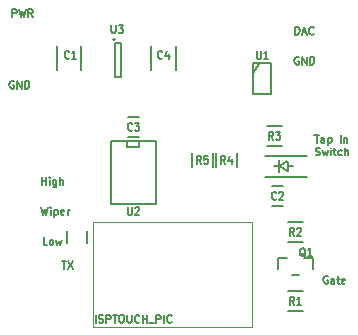
<source format=gto>
%FSLAX46Y46*%
G04 Gerber Fmt 4.6, Leading zero omitted, Abs format (unit mm)*
G04 Created by KiCad (PCBNEW (2014-10-27 BZR 5228)-product) date 6/17/2015 7:46:51 PM*
%MOMM*%
G01*
G04 APERTURE LIST*
%ADD10C,0.150000*%
%ADD11C,0.158750*%
%ADD12C,0.066040*%
G04 APERTURE END LIST*
D10*
D11*
X214811428Y-128590524D02*
X214902143Y-128620762D01*
X215053333Y-128620762D01*
X215113809Y-128590524D01*
X215144047Y-128560286D01*
X215174286Y-128499810D01*
X215174286Y-128439333D01*
X215144047Y-128378857D01*
X215113809Y-128348619D01*
X215053333Y-128318381D01*
X214932381Y-128288143D01*
X214871905Y-128257905D01*
X214841666Y-128227667D01*
X214811428Y-128167190D01*
X214811428Y-128106714D01*
X214841666Y-128046238D01*
X214871905Y-128016000D01*
X214932381Y-127985762D01*
X215083571Y-127985762D01*
X215174286Y-128016000D01*
X215385952Y-128197429D02*
X215506905Y-128620762D01*
X215627857Y-128318381D01*
X215748809Y-128620762D01*
X215869762Y-128197429D01*
X216111666Y-128620762D02*
X216111666Y-128197429D01*
X216111666Y-127985762D02*
X216081428Y-128016000D01*
X216111666Y-128046238D01*
X216141905Y-128016000D01*
X216111666Y-127985762D01*
X216111666Y-128046238D01*
X216323333Y-128197429D02*
X216565238Y-128197429D01*
X216414047Y-127985762D02*
X216414047Y-128530048D01*
X216444286Y-128590524D01*
X216504762Y-128620762D01*
X216565238Y-128620762D01*
X217049047Y-128590524D02*
X216988571Y-128620762D01*
X216867619Y-128620762D01*
X216807143Y-128590524D01*
X216776904Y-128560286D01*
X216746666Y-128499810D01*
X216746666Y-128318381D01*
X216776904Y-128257905D01*
X216807143Y-128227667D01*
X216867619Y-128197429D01*
X216988571Y-128197429D01*
X217049047Y-128227667D01*
X217321190Y-128620762D02*
X217321190Y-127985762D01*
X217593333Y-128620762D02*
X217593333Y-128288143D01*
X217563095Y-128227667D01*
X217502619Y-128197429D01*
X217411905Y-128197429D01*
X217351429Y-128227667D01*
X217321190Y-128257905D01*
X214717690Y-126906262D02*
X215080547Y-126906262D01*
X214899119Y-127541262D02*
X214899119Y-126906262D01*
X215564357Y-127541262D02*
X215564357Y-127208643D01*
X215534119Y-127148167D01*
X215473643Y-127117929D01*
X215352691Y-127117929D01*
X215292214Y-127148167D01*
X215564357Y-127511024D02*
X215503881Y-127541262D01*
X215352691Y-127541262D01*
X215292214Y-127511024D01*
X215261976Y-127450548D01*
X215261976Y-127390071D01*
X215292214Y-127329595D01*
X215352691Y-127299357D01*
X215503881Y-127299357D01*
X215564357Y-127269119D01*
X215866738Y-127117929D02*
X215866738Y-127752929D01*
X215866738Y-127148167D02*
X215927215Y-127117929D01*
X216048167Y-127117929D01*
X216108643Y-127148167D01*
X216138881Y-127178405D01*
X216169119Y-127238881D01*
X216169119Y-127420310D01*
X216138881Y-127480786D01*
X216108643Y-127511024D01*
X216048167Y-127541262D01*
X215927215Y-127541262D01*
X215866738Y-127511024D01*
X216925072Y-127541262D02*
X216925072Y-126906262D01*
X217227453Y-127117929D02*
X217227453Y-127541262D01*
X217227453Y-127178405D02*
X217257692Y-127148167D01*
X217318168Y-127117929D01*
X217408882Y-127117929D01*
X217469358Y-127148167D01*
X217499596Y-127208643D01*
X217499596Y-127541262D01*
X193318190Y-137574262D02*
X193681047Y-137574262D01*
X193499619Y-138209262D02*
X193499619Y-137574262D01*
X193832238Y-137574262D02*
X194255572Y-138209262D01*
X194255572Y-137574262D02*
X193832238Y-138209262D01*
D10*
X211672500Y-129540000D02*
X211291500Y-129540000D01*
X212888500Y-129540000D02*
X212507500Y-129540000D01*
X212407500Y-129140000D02*
X211772500Y-129521000D01*
X212472500Y-129921000D02*
X212472500Y-129159000D01*
X211772500Y-129559000D02*
X212407500Y-129940000D01*
X211707500Y-130048000D02*
X211707500Y-129032000D01*
X214090000Y-128640000D02*
X210550000Y-128640000D01*
X214090000Y-130440000D02*
X210550000Y-130440000D01*
D12*
X195961000Y-143129000D02*
X209423000Y-143129000D01*
X209423000Y-143129000D02*
X209423000Y-134239000D01*
X195961000Y-134239000D02*
X209423000Y-134239000D01*
X195961000Y-143129000D02*
X195961000Y-134239000D01*
D10*
X211606000Y-138249000D02*
X211606000Y-137349000D01*
X211606000Y-137349000D02*
X212406000Y-137349000D01*
X214606000Y-138249000D02*
X214606000Y-137349000D01*
X214606000Y-137349000D02*
X213806000Y-137349000D01*
X213406000Y-138749000D02*
X212806000Y-138749000D01*
X192904000Y-119396000D02*
X192904000Y-121396000D01*
X194954000Y-121396000D02*
X194954000Y-119396000D01*
X209550000Y-121666000D02*
X210058000Y-120904000D01*
X209550000Y-123444000D02*
X209550000Y-120840500D01*
X209550000Y-120840500D02*
X211074000Y-120840500D01*
X211074000Y-120840500D02*
X211074000Y-123444000D01*
X211074000Y-123444000D02*
X209550000Y-123444000D01*
X197612000Y-127381000D02*
X197485000Y-127381000D01*
X197485000Y-127381000D02*
X197485000Y-132715000D01*
X201295000Y-132715000D02*
X201295000Y-127381000D01*
X201295000Y-127381000D02*
X197612000Y-127381000D01*
X199898000Y-127381000D02*
X199898000Y-127889000D01*
X199898000Y-127889000D02*
X198882000Y-127889000D01*
X198882000Y-127889000D02*
X198882000Y-127381000D01*
X201295000Y-132715000D02*
X197485000Y-132715000D01*
X212506000Y-140095000D02*
X213706000Y-140095000D01*
X213706000Y-141845000D02*
X212506000Y-141845000D01*
X213706000Y-136003000D02*
X212506000Y-136003000D01*
X212506000Y-134253000D02*
X213706000Y-134253000D01*
X210728000Y-126125000D02*
X211928000Y-126125000D01*
X211928000Y-127875000D02*
X210728000Y-127875000D01*
X206389000Y-129632000D02*
X206389000Y-128432000D01*
X208139000Y-128432000D02*
X208139000Y-129632000D01*
X206107000Y-128432000D02*
X206107000Y-129632000D01*
X204357000Y-129632000D02*
X204357000Y-128432000D01*
X200905000Y-119396000D02*
X200905000Y-121396000D01*
X202955000Y-121396000D02*
X202955000Y-119396000D01*
X197856500Y-118823000D02*
G75*
G03X197856500Y-118823000I-100000J0D01*
G01*
X198306500Y-119073000D02*
X197806500Y-119073000D01*
X198306500Y-121973000D02*
X198306500Y-119073000D01*
X197806500Y-121973000D02*
X198306500Y-121973000D01*
X197806500Y-119073000D02*
X197806500Y-121973000D01*
X212082000Y-131230000D02*
X211082000Y-131230000D01*
X211082000Y-132930000D02*
X212082000Y-132930000D01*
X199890000Y-125388000D02*
X198890000Y-125388000D01*
X198890000Y-127088000D02*
X199890000Y-127088000D01*
X195477500Y-136072500D02*
X195477500Y-135072500D01*
X193777500Y-135072500D02*
X193777500Y-136072500D01*
X196184761Y-142781262D02*
X196184761Y-142146262D01*
X196456904Y-142751024D02*
X196547619Y-142781262D01*
X196698809Y-142781262D01*
X196759285Y-142751024D01*
X196789523Y-142720786D01*
X196819762Y-142660310D01*
X196819762Y-142599833D01*
X196789523Y-142539357D01*
X196759285Y-142509119D01*
X196698809Y-142478881D01*
X196577857Y-142448643D01*
X196517381Y-142418405D01*
X196487142Y-142388167D01*
X196456904Y-142327690D01*
X196456904Y-142267214D01*
X196487142Y-142206738D01*
X196517381Y-142176500D01*
X196577857Y-142146262D01*
X196729047Y-142146262D01*
X196819762Y-142176500D01*
X197091904Y-142781262D02*
X197091904Y-142146262D01*
X197333809Y-142146262D01*
X197394285Y-142176500D01*
X197424524Y-142206738D01*
X197454762Y-142267214D01*
X197454762Y-142357929D01*
X197424524Y-142418405D01*
X197394285Y-142448643D01*
X197333809Y-142478881D01*
X197091904Y-142478881D01*
X197636190Y-142146262D02*
X197999047Y-142146262D01*
X197817619Y-142781262D02*
X197817619Y-142146262D01*
X198331667Y-142146262D02*
X198452619Y-142146262D01*
X198513095Y-142176500D01*
X198573572Y-142236976D01*
X198603810Y-142357929D01*
X198603810Y-142569595D01*
X198573572Y-142690548D01*
X198513095Y-142751024D01*
X198452619Y-142781262D01*
X198331667Y-142781262D01*
X198271191Y-142751024D01*
X198210714Y-142690548D01*
X198180476Y-142569595D01*
X198180476Y-142357929D01*
X198210714Y-142236976D01*
X198271191Y-142176500D01*
X198331667Y-142146262D01*
X198875952Y-142146262D02*
X198875952Y-142660310D01*
X198906191Y-142720786D01*
X198936429Y-142751024D01*
X198996905Y-142781262D01*
X199117857Y-142781262D01*
X199178333Y-142751024D01*
X199208572Y-142720786D01*
X199238810Y-142660310D01*
X199238810Y-142146262D01*
X199904048Y-142720786D02*
X199873810Y-142751024D01*
X199783095Y-142781262D01*
X199722619Y-142781262D01*
X199631905Y-142751024D01*
X199571429Y-142690548D01*
X199541190Y-142630071D01*
X199510952Y-142509119D01*
X199510952Y-142418405D01*
X199541190Y-142297452D01*
X199571429Y-142236976D01*
X199631905Y-142176500D01*
X199722619Y-142146262D01*
X199783095Y-142146262D01*
X199873810Y-142176500D01*
X199904048Y-142206738D01*
X200176190Y-142781262D02*
X200176190Y-142146262D01*
X200176190Y-142448643D02*
X200539048Y-142448643D01*
X200539048Y-142781262D02*
X200539048Y-142146262D01*
X200690238Y-142841738D02*
X201174048Y-142841738D01*
X201325238Y-142781262D02*
X201325238Y-142146262D01*
X201567143Y-142146262D01*
X201627619Y-142176500D01*
X201657858Y-142206738D01*
X201688096Y-142267214D01*
X201688096Y-142357929D01*
X201657858Y-142418405D01*
X201627619Y-142448643D01*
X201567143Y-142478881D01*
X201325238Y-142478881D01*
X201960238Y-142781262D02*
X201960238Y-142146262D01*
X202625477Y-142720786D02*
X202595239Y-142751024D01*
X202504524Y-142781262D01*
X202444048Y-142781262D01*
X202353334Y-142751024D01*
X202292858Y-142690548D01*
X202262619Y-142630071D01*
X202232381Y-142509119D01*
X202232381Y-142418405D01*
X202262619Y-142297452D01*
X202292858Y-142236976D01*
X202353334Y-142176500D01*
X202444048Y-142146262D01*
X202504524Y-142146262D01*
X202595239Y-142176500D01*
X202625477Y-142206738D01*
X213945524Y-137196738D02*
X213885048Y-137166500D01*
X213824571Y-137106024D01*
X213733857Y-137015310D01*
X213673381Y-136985071D01*
X213612905Y-136985071D01*
X213643143Y-137136262D02*
X213582667Y-137106024D01*
X213522190Y-137045548D01*
X213491952Y-136924595D01*
X213491952Y-136712929D01*
X213522190Y-136591976D01*
X213582667Y-136531500D01*
X213643143Y-136501262D01*
X213764095Y-136501262D01*
X213824571Y-136531500D01*
X213885048Y-136591976D01*
X213915286Y-136712929D01*
X213915286Y-136924595D01*
X213885048Y-137045548D01*
X213824571Y-137106024D01*
X213764095Y-137136262D01*
X213643143Y-137136262D01*
X214520048Y-137136262D02*
X214157190Y-137136262D01*
X214338619Y-137136262D02*
X214338619Y-136501262D01*
X214278143Y-136591976D01*
X214217667Y-136652452D01*
X214157190Y-136682690D01*
X193950167Y-120368786D02*
X193919929Y-120399024D01*
X193829214Y-120429262D01*
X193768738Y-120429262D01*
X193678024Y-120399024D01*
X193617548Y-120338548D01*
X193587309Y-120278071D01*
X193557071Y-120157119D01*
X193557071Y-120066405D01*
X193587309Y-119945452D01*
X193617548Y-119884976D01*
X193678024Y-119824500D01*
X193768738Y-119794262D01*
X193829214Y-119794262D01*
X193919929Y-119824500D01*
X193950167Y-119854738D01*
X194554929Y-120429262D02*
X194192071Y-120429262D01*
X194373500Y-120429262D02*
X194373500Y-119794262D01*
X194313024Y-119884976D01*
X194252548Y-119945452D01*
X194192071Y-119975690D01*
X209828190Y-119794262D02*
X209828190Y-120308310D01*
X209858429Y-120368786D01*
X209888667Y-120399024D01*
X209949143Y-120429262D01*
X210070095Y-120429262D01*
X210130571Y-120399024D01*
X210160810Y-120368786D01*
X210191048Y-120308310D01*
X210191048Y-119794262D01*
X210826048Y-120429262D02*
X210463190Y-120429262D01*
X210644619Y-120429262D02*
X210644619Y-119794262D01*
X210584143Y-119884976D01*
X210523667Y-119945452D01*
X210463190Y-119975690D01*
X198906190Y-133002262D02*
X198906190Y-133516310D01*
X198936429Y-133576786D01*
X198966667Y-133607024D01*
X199027143Y-133637262D01*
X199148095Y-133637262D01*
X199208571Y-133607024D01*
X199238810Y-133576786D01*
X199269048Y-133516310D01*
X199269048Y-133002262D01*
X199541190Y-133062738D02*
X199571428Y-133032500D01*
X199631905Y-133002262D01*
X199783095Y-133002262D01*
X199843571Y-133032500D01*
X199873809Y-133062738D01*
X199904048Y-133123214D01*
X199904048Y-133183690D01*
X199873809Y-133274405D01*
X199510952Y-133637262D01*
X199904048Y-133637262D01*
X189145333Y-116873262D02*
X189145333Y-116238262D01*
X189387238Y-116238262D01*
X189447714Y-116268500D01*
X189477953Y-116298738D01*
X189508191Y-116359214D01*
X189508191Y-116449929D01*
X189477953Y-116510405D01*
X189447714Y-116540643D01*
X189387238Y-116570881D01*
X189145333Y-116570881D01*
X189719857Y-116238262D02*
X189871048Y-116873262D01*
X189992000Y-116419690D01*
X190112953Y-116873262D01*
X190264143Y-116238262D01*
X190868905Y-116873262D02*
X190657238Y-116570881D01*
X190506047Y-116873262D02*
X190506047Y-116238262D01*
X190747952Y-116238262D01*
X190808428Y-116268500D01*
X190838667Y-116298738D01*
X190868905Y-116359214D01*
X190868905Y-116449929D01*
X190838667Y-116510405D01*
X190808428Y-116540643D01*
X190747952Y-116570881D01*
X190506047Y-116570881D01*
X189254191Y-122364500D02*
X189193714Y-122334262D01*
X189103000Y-122334262D01*
X189012286Y-122364500D01*
X188951810Y-122424976D01*
X188921571Y-122485452D01*
X188891333Y-122606405D01*
X188891333Y-122697119D01*
X188921571Y-122818071D01*
X188951810Y-122878548D01*
X189012286Y-122939024D01*
X189103000Y-122969262D01*
X189163476Y-122969262D01*
X189254191Y-122939024D01*
X189284429Y-122908786D01*
X189284429Y-122697119D01*
X189163476Y-122697119D01*
X189556571Y-122969262D02*
X189556571Y-122334262D01*
X189919429Y-122969262D01*
X189919429Y-122334262D01*
X190221809Y-122969262D02*
X190221809Y-122334262D01*
X190373000Y-122334262D01*
X190463714Y-122364500D01*
X190524190Y-122424976D01*
X190554429Y-122485452D01*
X190584667Y-122606405D01*
X190584667Y-122697119D01*
X190554429Y-122818071D01*
X190524190Y-122878548D01*
X190463714Y-122939024D01*
X190373000Y-122969262D01*
X190221809Y-122969262D01*
X215833477Y-138874500D02*
X215773000Y-138844262D01*
X215682286Y-138844262D01*
X215591572Y-138874500D01*
X215531096Y-138934976D01*
X215500857Y-138995452D01*
X215470619Y-139116405D01*
X215470619Y-139207119D01*
X215500857Y-139328071D01*
X215531096Y-139388548D01*
X215591572Y-139449024D01*
X215682286Y-139479262D01*
X215742762Y-139479262D01*
X215833477Y-139449024D01*
X215863715Y-139418786D01*
X215863715Y-139207119D01*
X215742762Y-139207119D01*
X216408000Y-139479262D02*
X216408000Y-139146643D01*
X216377762Y-139086167D01*
X216317286Y-139055929D01*
X216196334Y-139055929D01*
X216135857Y-139086167D01*
X216408000Y-139449024D02*
X216347524Y-139479262D01*
X216196334Y-139479262D01*
X216135857Y-139449024D01*
X216105619Y-139388548D01*
X216105619Y-139328071D01*
X216135857Y-139267595D01*
X216196334Y-139237357D01*
X216347524Y-139237357D01*
X216408000Y-139207119D01*
X216619667Y-139055929D02*
X216861572Y-139055929D01*
X216710381Y-138844262D02*
X216710381Y-139388548D01*
X216740620Y-139449024D01*
X216801096Y-139479262D01*
X216861572Y-139479262D01*
X217315143Y-139449024D02*
X217254667Y-139479262D01*
X217133715Y-139479262D01*
X217073238Y-139449024D01*
X217043000Y-139388548D01*
X217043000Y-139146643D01*
X217073238Y-139086167D01*
X217133715Y-139055929D01*
X217254667Y-139055929D01*
X217315143Y-139086167D01*
X217345381Y-139146643D01*
X217345381Y-139207119D01*
X217043000Y-139267595D01*
X191624857Y-131097262D02*
X191624857Y-130462262D01*
X191624857Y-130764643D02*
X191987715Y-130764643D01*
X191987715Y-131097262D02*
X191987715Y-130462262D01*
X192290095Y-131097262D02*
X192290095Y-130673929D01*
X192290095Y-130462262D02*
X192259857Y-130492500D01*
X192290095Y-130522738D01*
X192320334Y-130492500D01*
X192290095Y-130462262D01*
X192290095Y-130522738D01*
X192864619Y-130673929D02*
X192864619Y-131187976D01*
X192834381Y-131248452D01*
X192804143Y-131278690D01*
X192743667Y-131308929D01*
X192652953Y-131308929D01*
X192592476Y-131278690D01*
X192864619Y-131067024D02*
X192804143Y-131097262D01*
X192683191Y-131097262D01*
X192622715Y-131067024D01*
X192592476Y-131036786D01*
X192562238Y-130976310D01*
X192562238Y-130794881D01*
X192592476Y-130734405D01*
X192622715Y-130704167D01*
X192683191Y-130673929D01*
X192804143Y-130673929D01*
X192864619Y-130704167D01*
X193167000Y-131097262D02*
X193167000Y-130462262D01*
X193439143Y-131097262D02*
X193439143Y-130764643D01*
X193408905Y-130704167D01*
X193348429Y-130673929D01*
X193257715Y-130673929D01*
X193197239Y-130704167D01*
X193167000Y-130734405D01*
X191606714Y-133002262D02*
X191757905Y-133637262D01*
X191878857Y-133183690D01*
X191999810Y-133637262D01*
X192151000Y-133002262D01*
X192392904Y-133637262D02*
X192392904Y-133213929D01*
X192392904Y-133002262D02*
X192362666Y-133032500D01*
X192392904Y-133062738D01*
X192423143Y-133032500D01*
X192392904Y-133002262D01*
X192392904Y-133062738D01*
X192695285Y-133213929D02*
X192695285Y-133848929D01*
X192695285Y-133244167D02*
X192755762Y-133213929D01*
X192876714Y-133213929D01*
X192937190Y-133244167D01*
X192967428Y-133274405D01*
X192997666Y-133334881D01*
X192997666Y-133516310D01*
X192967428Y-133576786D01*
X192937190Y-133607024D01*
X192876714Y-133637262D01*
X192755762Y-133637262D01*
X192695285Y-133607024D01*
X193511714Y-133607024D02*
X193451238Y-133637262D01*
X193330286Y-133637262D01*
X193269809Y-133607024D01*
X193239571Y-133546548D01*
X193239571Y-133304643D01*
X193269809Y-133244167D01*
X193330286Y-133213929D01*
X193451238Y-133213929D01*
X193511714Y-133244167D01*
X193541952Y-133304643D01*
X193541952Y-133365119D01*
X193239571Y-133425595D01*
X193814095Y-133637262D02*
X193814095Y-133213929D01*
X193814095Y-133334881D02*
X193844334Y-133274405D01*
X193874572Y-133244167D01*
X193935048Y-133213929D01*
X193995524Y-133213929D01*
X192108666Y-136177262D02*
X191806285Y-136177262D01*
X191806285Y-135542262D01*
X192411048Y-136177262D02*
X192350572Y-136147024D01*
X192320333Y-136116786D01*
X192290095Y-136056310D01*
X192290095Y-135874881D01*
X192320333Y-135814405D01*
X192350572Y-135784167D01*
X192411048Y-135753929D01*
X192501762Y-135753929D01*
X192562238Y-135784167D01*
X192592476Y-135814405D01*
X192622714Y-135874881D01*
X192622714Y-136056310D01*
X192592476Y-136116786D01*
X192562238Y-136147024D01*
X192501762Y-136177262D01*
X192411048Y-136177262D01*
X192834381Y-135753929D02*
X192955334Y-136177262D01*
X193076286Y-135874881D01*
X193197238Y-136177262D01*
X193318191Y-135753929D01*
X213000167Y-141257262D02*
X212788500Y-140954881D01*
X212637309Y-141257262D02*
X212637309Y-140622262D01*
X212879214Y-140622262D01*
X212939690Y-140652500D01*
X212969929Y-140682738D01*
X213000167Y-140743214D01*
X213000167Y-140833929D01*
X212969929Y-140894405D01*
X212939690Y-140924643D01*
X212879214Y-140954881D01*
X212637309Y-140954881D01*
X213604929Y-141257262D02*
X213242071Y-141257262D01*
X213423500Y-141257262D02*
X213423500Y-140622262D01*
X213363024Y-140712976D01*
X213302548Y-140773452D01*
X213242071Y-140803690D01*
X213000167Y-135415262D02*
X212788500Y-135112881D01*
X212637309Y-135415262D02*
X212637309Y-134780262D01*
X212879214Y-134780262D01*
X212939690Y-134810500D01*
X212969929Y-134840738D01*
X213000167Y-134901214D01*
X213000167Y-134991929D01*
X212969929Y-135052405D01*
X212939690Y-135082643D01*
X212879214Y-135112881D01*
X212637309Y-135112881D01*
X213242071Y-134840738D02*
X213272309Y-134810500D01*
X213332786Y-134780262D01*
X213483976Y-134780262D01*
X213544452Y-134810500D01*
X213574690Y-134840738D01*
X213604929Y-134901214D01*
X213604929Y-134961690D01*
X213574690Y-135052405D01*
X213211833Y-135415262D01*
X213604929Y-135415262D01*
X211222167Y-127287262D02*
X211010500Y-126984881D01*
X210859309Y-127287262D02*
X210859309Y-126652262D01*
X211101214Y-126652262D01*
X211161690Y-126682500D01*
X211191929Y-126712738D01*
X211222167Y-126773214D01*
X211222167Y-126863929D01*
X211191929Y-126924405D01*
X211161690Y-126954643D01*
X211101214Y-126984881D01*
X210859309Y-126984881D01*
X211433833Y-126652262D02*
X211826929Y-126652262D01*
X211615262Y-126894167D01*
X211705976Y-126894167D01*
X211766452Y-126924405D01*
X211796690Y-126954643D01*
X211826929Y-127015119D01*
X211826929Y-127166310D01*
X211796690Y-127226786D01*
X211766452Y-127257024D01*
X211705976Y-127287262D01*
X211524548Y-127287262D01*
X211464071Y-127257024D01*
X211433833Y-127226786D01*
X207158167Y-129319262D02*
X206946500Y-129016881D01*
X206795309Y-129319262D02*
X206795309Y-128684262D01*
X207037214Y-128684262D01*
X207097690Y-128714500D01*
X207127929Y-128744738D01*
X207158167Y-128805214D01*
X207158167Y-128895929D01*
X207127929Y-128956405D01*
X207097690Y-128986643D01*
X207037214Y-129016881D01*
X206795309Y-129016881D01*
X207702452Y-128895929D02*
X207702452Y-129319262D01*
X207551262Y-128654024D02*
X207400071Y-129107595D01*
X207793167Y-129107595D01*
X205126167Y-129319262D02*
X204914500Y-129016881D01*
X204763309Y-129319262D02*
X204763309Y-128684262D01*
X205005214Y-128684262D01*
X205065690Y-128714500D01*
X205095929Y-128744738D01*
X205126167Y-128805214D01*
X205126167Y-128895929D01*
X205095929Y-128956405D01*
X205065690Y-128986643D01*
X205005214Y-129016881D01*
X204763309Y-129016881D01*
X205700690Y-128684262D02*
X205398309Y-128684262D01*
X205368071Y-128986643D01*
X205398309Y-128956405D01*
X205458786Y-128926167D01*
X205609976Y-128926167D01*
X205670452Y-128956405D01*
X205700690Y-128986643D01*
X205730929Y-129047119D01*
X205730929Y-129198310D01*
X205700690Y-129258786D01*
X205670452Y-129289024D01*
X205609976Y-129319262D01*
X205458786Y-129319262D01*
X205398309Y-129289024D01*
X205368071Y-129258786D01*
X201824167Y-120368786D02*
X201793929Y-120399024D01*
X201703214Y-120429262D01*
X201642738Y-120429262D01*
X201552024Y-120399024D01*
X201491548Y-120338548D01*
X201461309Y-120278071D01*
X201431071Y-120157119D01*
X201431071Y-120066405D01*
X201461309Y-119945452D01*
X201491548Y-119884976D01*
X201552024Y-119824500D01*
X201642738Y-119794262D01*
X201703214Y-119794262D01*
X201793929Y-119824500D01*
X201824167Y-119854738D01*
X202368452Y-120005929D02*
X202368452Y-120429262D01*
X202217262Y-119764024D02*
X202066071Y-120217595D01*
X202459167Y-120217595D01*
X197522690Y-117625262D02*
X197522690Y-118139310D01*
X197552929Y-118199786D01*
X197583167Y-118230024D01*
X197643643Y-118260262D01*
X197764595Y-118260262D01*
X197825071Y-118230024D01*
X197855310Y-118199786D01*
X197885548Y-118139310D01*
X197885548Y-117625262D01*
X198127452Y-117625262D02*
X198520548Y-117625262D01*
X198308881Y-117867167D01*
X198399595Y-117867167D01*
X198460071Y-117897405D01*
X198490309Y-117927643D01*
X198520548Y-117988119D01*
X198520548Y-118139310D01*
X198490309Y-118199786D01*
X198460071Y-118230024D01*
X198399595Y-118260262D01*
X198218167Y-118260262D01*
X198157690Y-118230024D01*
X198127452Y-118199786D01*
X213112047Y-118397262D02*
X213112047Y-117762262D01*
X213263238Y-117762262D01*
X213353952Y-117792500D01*
X213414428Y-117852976D01*
X213444667Y-117913452D01*
X213474905Y-118034405D01*
X213474905Y-118125119D01*
X213444667Y-118246071D01*
X213414428Y-118306548D01*
X213353952Y-118367024D01*
X213263238Y-118397262D01*
X213112047Y-118397262D01*
X213716809Y-118215833D02*
X214019190Y-118215833D01*
X213656333Y-118397262D02*
X213868000Y-117762262D01*
X214079667Y-118397262D01*
X214654191Y-118336786D02*
X214623953Y-118367024D01*
X214533238Y-118397262D01*
X214472762Y-118397262D01*
X214382048Y-118367024D01*
X214321572Y-118306548D01*
X214291333Y-118246071D01*
X214261095Y-118125119D01*
X214261095Y-118034405D01*
X214291333Y-117913452D01*
X214321572Y-117852976D01*
X214382048Y-117792500D01*
X214472762Y-117762262D01*
X214533238Y-117762262D01*
X214623953Y-117792500D01*
X214654191Y-117822738D01*
X213384191Y-120332500D02*
X213323714Y-120302262D01*
X213233000Y-120302262D01*
X213142286Y-120332500D01*
X213081810Y-120392976D01*
X213051571Y-120453452D01*
X213021333Y-120574405D01*
X213021333Y-120665119D01*
X213051571Y-120786071D01*
X213081810Y-120846548D01*
X213142286Y-120907024D01*
X213233000Y-120937262D01*
X213293476Y-120937262D01*
X213384191Y-120907024D01*
X213414429Y-120876786D01*
X213414429Y-120665119D01*
X213293476Y-120665119D01*
X213686571Y-120937262D02*
X213686571Y-120302262D01*
X214049429Y-120937262D01*
X214049429Y-120302262D01*
X214351809Y-120937262D02*
X214351809Y-120302262D01*
X214503000Y-120302262D01*
X214593714Y-120332500D01*
X214654190Y-120392976D01*
X214684429Y-120453452D01*
X214714667Y-120574405D01*
X214714667Y-120665119D01*
X214684429Y-120786071D01*
X214654190Y-120846548D01*
X214593714Y-120907024D01*
X214503000Y-120937262D01*
X214351809Y-120937262D01*
X211476167Y-132306786D02*
X211445929Y-132337024D01*
X211355214Y-132367262D01*
X211294738Y-132367262D01*
X211204024Y-132337024D01*
X211143548Y-132276548D01*
X211113309Y-132216071D01*
X211083071Y-132095119D01*
X211083071Y-132004405D01*
X211113309Y-131883452D01*
X211143548Y-131822976D01*
X211204024Y-131762500D01*
X211294738Y-131732262D01*
X211355214Y-131732262D01*
X211445929Y-131762500D01*
X211476167Y-131792738D01*
X211718071Y-131792738D02*
X211748309Y-131762500D01*
X211808786Y-131732262D01*
X211959976Y-131732262D01*
X212020452Y-131762500D01*
X212050690Y-131792738D01*
X212080929Y-131853214D01*
X212080929Y-131913690D01*
X212050690Y-132004405D01*
X211687833Y-132367262D01*
X212080929Y-132367262D01*
X199284167Y-126464786D02*
X199253929Y-126495024D01*
X199163214Y-126525262D01*
X199102738Y-126525262D01*
X199012024Y-126495024D01*
X198951548Y-126434548D01*
X198921309Y-126374071D01*
X198891071Y-126253119D01*
X198891071Y-126162405D01*
X198921309Y-126041452D01*
X198951548Y-125980976D01*
X199012024Y-125920500D01*
X199102738Y-125890262D01*
X199163214Y-125890262D01*
X199253929Y-125920500D01*
X199284167Y-125950738D01*
X199495833Y-125890262D02*
X199888929Y-125890262D01*
X199677262Y-126132167D01*
X199767976Y-126132167D01*
X199828452Y-126162405D01*
X199858690Y-126192643D01*
X199888929Y-126253119D01*
X199888929Y-126404310D01*
X199858690Y-126464786D01*
X199828452Y-126495024D01*
X199767976Y-126525262D01*
X199586548Y-126525262D01*
X199526071Y-126495024D01*
X199495833Y-126464786D01*
M02*

</source>
